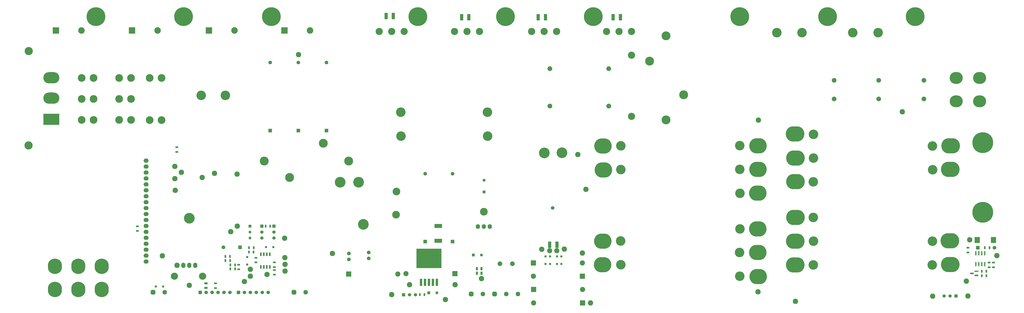
<source format=gbr>
%TF.GenerationSoftware,Altium Limited,Altium Designer,21.6.4 (81)*%
G04 Layer_Color=255*
%FSLAX43Y43*%
%MOMM*%
%TF.SameCoordinates,D4C572C6-D0EE-4933-9396-1D80D03FA8BE*%
%TF.FilePolarity,Positive*%
%TF.FileFunction,Pads,Bot*%
%TF.Part,Single*%
G01*
G75*
%TA.AperFunction,ComponentPad*%
%ADD30C,1.524*%
%ADD31C,2.200*%
%ADD32C,4.572*%
%ADD33C,8.000*%
%ADD34C,1.250*%
%ADD35R,1.250X1.250*%
%ADD36R,1.550X1.550*%
%ADD37C,1.550*%
%ADD38C,3.302*%
%ADD39O,1.778X2.032*%
%ADD40O,6.858X4.826*%
%ADD41R,6.858X4.826*%
%ADD42C,3.500*%
%ADD43R,2.200X2.200*%
%ADD44O,1.778X2.286*%
%ADD45O,3.100X3.000*%
%ADD46C,3.810*%
%ADD47C,2.286*%
%ADD48C,1.950*%
G04:AMPARAMS|DCode=49|XSize=1.95mm|YSize=1.95mm|CornerRadius=0.488mm|HoleSize=0mm|Usage=FLASHONLY|Rotation=0.000|XOffset=0mm|YOffset=0mm|HoleType=Round|Shape=RoundedRectangle|*
%AMROUNDEDRECTD49*
21,1,1.950,0.975,0,0,0.0*
21,1,0.975,1.950,0,0,0.0*
1,1,0.975,0.488,-0.488*
1,1,0.975,-0.488,-0.488*
1,1,0.975,-0.488,0.488*
1,1,0.975,0.488,0.488*
%
%ADD49ROUNDEDRECTD49*%
%ADD50R,1.600X1.600*%
%ADD51C,1.600*%
%ADD52R,1.400X1.400*%
%ADD53C,1.400*%
%ADD54C,2.032*%
%ADD55C,2.000*%
%ADD56C,3.048*%
%ADD57R,1.200X1.200*%
%ADD58C,1.200*%
%ADD59R,1.400X1.400*%
%ADD60O,7.500X6.500*%
%ADD61C,4.064*%
%ADD62O,8.000X6.500*%
%ADD63O,5.588X5.080*%
%ADD64O,6.000X6.600*%
%ADD65C,8.890*%
%ADD66O,2.159X1.778*%
%ADD67C,1.500*%
G04:AMPARAMS|DCode=68|XSize=1.5mm|YSize=1.5mm|CornerRadius=0.375mm|HoleSize=0mm|Usage=FLASHONLY|Rotation=180.000|XOffset=0mm|YOffset=0mm|HoleType=Round|Shape=RoundedRectangle|*
%AMROUNDEDRECTD68*
21,1,1.500,0.750,0,0,180.0*
21,1,0.750,1.500,0,0,180.0*
1,1,0.750,-0.375,0.375*
1,1,0.750,0.375,0.375*
1,1,0.750,0.375,-0.375*
1,1,0.750,-0.375,-0.375*
%
%ADD68ROUNDEDRECTD68*%
%ADD69C,2.800*%
%ADD70R,2.800X2.800*%
%ADD71R,1.300X1.300*%
%ADD72C,1.300*%
%TA.AperFunction,SMDPad,CuDef*%
%ADD77R,3.200X1.720*%
%ADD78R,1.659X0.627*%
G04:AMPARAMS|DCode=79|XSize=1.659mm|YSize=0.627mm|CornerRadius=0.313mm|HoleSize=0mm|Usage=FLASHONLY|Rotation=180.000|XOffset=0mm|YOffset=0mm|HoleType=Round|Shape=RoundedRectangle|*
%AMROUNDEDRECTD79*
21,1,1.659,0.000,0,0,180.0*
21,1,1.032,0.627,0,0,180.0*
1,1,0.627,-0.516,0.000*
1,1,0.627,0.516,0.000*
1,1,0.627,0.516,0.000*
1,1,0.627,-0.516,0.000*
%
%ADD79ROUNDEDRECTD79*%
%ADD80R,0.800X1.250*%
G04:AMPARAMS|DCode=81|XSize=1.55mm|YSize=0.6mm|CornerRadius=0.051mm|HoleSize=0mm|Usage=FLASHONLY|Rotation=90.000|XOffset=0mm|YOffset=0mm|HoleType=Round|Shape=RoundedRectangle|*
%AMROUNDEDRECTD81*
21,1,1.550,0.498,0,0,90.0*
21,1,1.448,0.600,0,0,90.0*
1,1,0.102,0.249,0.724*
1,1,0.102,0.249,-0.724*
1,1,0.102,-0.249,-0.724*
1,1,0.102,-0.249,0.724*
%
%ADD81ROUNDEDRECTD81*%
%ADD82R,0.543X1.874*%
G04:AMPARAMS|DCode=83|XSize=1.874mm|YSize=0.543mm|CornerRadius=0.272mm|HoleSize=0mm|Usage=FLASHONLY|Rotation=90.000|XOffset=0mm|YOffset=0mm|HoleType=Round|Shape=RoundedRectangle|*
%AMROUNDEDRECTD83*
21,1,1.874,0.000,0,0,90.0*
21,1,1.331,0.543,0,0,90.0*
1,1,0.543,0.000,0.665*
1,1,0.543,0.000,-0.665*
1,1,0.543,0.000,-0.665*
1,1,0.543,0.000,0.665*
%
%ADD83ROUNDEDRECTD83*%
%ADD84R,2.200X2.500*%
%ADD85R,1.250X0.800*%
%ADD86R,0.950X1.450*%
%ADD87R,1.016X3.050*%
%ADD88R,10.660X8.380*%
%ADD89R,1.405X2.806*%
%ADD90R,0.950X0.900*%
%ADD91R,0.900X0.950*%
%ADD92R,1.450X0.950*%
D30*
X232650Y44350D02*
D03*
D31*
X231380Y26062D02*
D03*
X234428D02*
D03*
X169955Y16200D02*
D03*
X166445Y16050D02*
D03*
X245340Y20800D02*
D03*
X224400Y15100D02*
D03*
X245395Y9425D02*
D03*
X224450Y3725D02*
D03*
D32*
X229094Y67845D02*
D03*
X236587Y67972D02*
D03*
X141886Y55328D02*
D03*
X149760D02*
D03*
X151792Y37294D02*
D03*
X77450Y39975D02*
D03*
D33*
X75000Y126200D02*
D03*
X112500D02*
D03*
X37500D02*
D03*
X350000D02*
D03*
X387500D02*
D03*
X312500D02*
D03*
X212500D02*
D03*
X250000D02*
D03*
X175000D02*
D03*
D34*
X183175Y8025D02*
D03*
X202225Y24175D02*
D03*
D35*
X179675Y8025D02*
D03*
X198725Y24175D02*
D03*
D36*
X189850Y29920D02*
D03*
X112000Y77445D02*
D03*
X124000D02*
D03*
X136000D02*
D03*
X178175Y29920D02*
D03*
D37*
X189850Y59030D02*
D03*
X112000Y106555D02*
D03*
X124000D02*
D03*
X136000D02*
D03*
X178175Y59030D02*
D03*
D38*
X165889Y51391D02*
D03*
X165762Y41485D02*
D03*
X203217Y42777D02*
D03*
X65540Y81925D02*
D03*
X60460D02*
D03*
Y99950D02*
D03*
X65540D02*
D03*
X52540Y82000D02*
D03*
X47460D02*
D03*
Y100000D02*
D03*
X52540D02*
D03*
Y91000D02*
D03*
X47460D02*
D03*
X36540D02*
D03*
X31460D02*
D03*
X36540Y100000D02*
D03*
X31460D02*
D03*
X36540Y82000D02*
D03*
X31460D02*
D03*
D39*
X200677Y36427D02*
D03*
X203217D02*
D03*
X205757D02*
D03*
D40*
X18502Y100090D02*
D03*
Y91327D02*
D03*
D41*
Y82310D02*
D03*
D42*
X8850Y111520D02*
D03*
X8723Y71134D02*
D03*
D43*
X190895Y16200D02*
D03*
X145505Y16050D02*
D03*
X224400Y20800D02*
D03*
X245340Y15100D02*
D03*
X224455Y9425D02*
D03*
X245390Y3725D02*
D03*
D44*
X74910Y19782D02*
D03*
X77450D02*
D03*
X79990D02*
D03*
D45*
X83100Y15100D02*
D03*
X71100D02*
D03*
D46*
X145450Y64425D02*
D03*
X109450D02*
D03*
X120250Y57425D02*
D03*
X134650Y72025D02*
D03*
X288600Y92800D02*
D03*
X274000Y107200D02*
D03*
X281000Y118000D02*
D03*
Y82000D02*
D03*
D47*
X248800Y3725D02*
D03*
X95100Y34200D02*
D03*
X103475Y15100D02*
D03*
X422375Y23925D02*
D03*
X410750Y30725D02*
D03*
X409300Y13000D02*
D03*
X409950Y6700D02*
D03*
X190925Y11525D02*
D03*
X171475D02*
D03*
X163850Y7225D02*
D03*
X186825Y5125D02*
D03*
X202200Y14150D02*
D03*
X381925Y85475D02*
D03*
X394875Y6600D02*
D03*
X245300Y25075D02*
D03*
X97925Y36550D02*
D03*
X118175Y31425D02*
D03*
X124075Y109925D02*
D03*
X65900Y23850D02*
D03*
X138575Y24875D02*
D03*
X100975Y12850D02*
D03*
X71225Y56918D02*
D03*
X71250Y62125D02*
D03*
X71428Y51889D02*
D03*
X88200Y59150D02*
D03*
X74069Y59585D02*
D03*
X82925Y57350D02*
D03*
X97800Y58825D02*
D03*
X118254Y23084D02*
D03*
X103500Y18075D02*
D03*
X118280Y17318D02*
D03*
X118275Y20250D02*
D03*
X110575Y15925D02*
D03*
X227994Y26612D02*
D03*
X237625Y26750D02*
D03*
X246800Y52325D02*
D03*
X243350Y67250D02*
D03*
X320325Y8425D02*
D03*
X77375Y11225D02*
D03*
X72150Y19825D02*
D03*
X320500Y81975D02*
D03*
X336325Y4375D02*
D03*
D48*
X66935Y8275D02*
D03*
X202800Y7525D02*
D03*
X217800Y7500D02*
D03*
X212800D02*
D03*
X127125Y8250D02*
D03*
D49*
X61935Y8275D02*
D03*
X197800Y7525D02*
D03*
X207800Y7500D02*
D03*
X122125Y8250D02*
D03*
D50*
X414225Y27300D02*
D03*
X99050Y27475D02*
D03*
D51*
X421325Y27300D02*
D03*
X145575Y22305D02*
D03*
Y24845D02*
D03*
X154000Y22730D02*
D03*
Y25270D02*
D03*
X91950Y27475D02*
D03*
D52*
X404925Y6650D02*
D03*
X168900Y7200D02*
D03*
D53*
X402385Y6650D02*
D03*
X399845D02*
D03*
X108439Y31460D02*
D03*
Y34000D02*
D03*
X113550Y31460D02*
D03*
Y34000D02*
D03*
X171440Y7200D02*
D03*
X173980D02*
D03*
D54*
X231427Y87975D02*
D03*
X256573D02*
D03*
X231427Y103975D02*
D03*
X256573D02*
D03*
D55*
X352825Y99000D02*
D03*
Y91000D02*
D03*
X391150D02*
D03*
Y99000D02*
D03*
X371850Y91000D02*
D03*
Y99000D02*
D03*
X215417Y20500D02*
D03*
X210083D02*
D03*
D56*
X190666Y119865D02*
D03*
X196000D02*
D03*
X201334D02*
D03*
X158511D02*
D03*
X163845D02*
D03*
X169179D02*
D03*
X223666D02*
D03*
X229000D02*
D03*
X234334D02*
D03*
X255666D02*
D03*
X261000D02*
D03*
X266334D02*
D03*
X266310Y109692D02*
D03*
Y83530D02*
D03*
D57*
X103345Y36540D02*
D03*
D58*
Y34000D02*
D03*
Y31460D02*
D03*
D59*
X108439Y36540D02*
D03*
X113550D02*
D03*
D60*
X320258Y35355D02*
D03*
Y25271D02*
D03*
X320385Y14959D02*
D03*
X254091Y70839D02*
D03*
X254243Y60628D02*
D03*
X254066Y30123D02*
D03*
X253964Y20039D02*
D03*
X320233Y50671D02*
D03*
X320309Y60857D02*
D03*
Y70941D02*
D03*
D61*
X312587Y50646D02*
D03*
Y35381D02*
D03*
X261711Y20090D02*
D03*
X261660Y30250D02*
D03*
X261711Y60806D02*
D03*
X261762Y70966D02*
D03*
X312536Y15137D02*
D03*
X312486Y25271D02*
D03*
X312511Y60831D02*
D03*
X312562Y71017D02*
D03*
X343958Y40300D02*
D03*
Y55565D02*
D03*
X394835Y70856D02*
D03*
X394885Y60696D02*
D03*
X394835Y30140D02*
D03*
X394784Y19980D02*
D03*
X344009Y75809D02*
D03*
X344060Y65675D02*
D03*
X344035Y30115D02*
D03*
X343984Y19929D02*
D03*
X371629Y119325D02*
D03*
X360834D02*
D03*
X339129Y119333D02*
D03*
X328334D02*
D03*
X82507Y92555D02*
D03*
X92794D02*
D03*
X167873Y75047D02*
D03*
X167746Y85334D02*
D03*
X204746D02*
D03*
X204873Y75047D02*
D03*
D62*
X402582Y70907D02*
D03*
X402480Y60823D02*
D03*
X402302Y30318D02*
D03*
X402455Y20107D02*
D03*
X336161Y75987D02*
D03*
X336288Y65675D02*
D03*
Y55591D02*
D03*
X336313Y40275D02*
D03*
X336237Y30089D02*
D03*
Y20005D02*
D03*
D63*
X415000Y90000D02*
D03*
Y100000D02*
D03*
X405000D02*
D03*
Y90000D02*
D03*
D64*
X40000Y9460D02*
D03*
Y19366D02*
D03*
X20000Y9460D02*
D03*
Y19366D02*
D03*
X30000Y9460D02*
D03*
Y19366D02*
D03*
D65*
X416300Y42450D02*
D03*
Y72295D02*
D03*
D66*
X58978Y23965D02*
D03*
Y26505D02*
D03*
Y29045D02*
D03*
Y31585D02*
D03*
Y21425D02*
D03*
Y34125D02*
D03*
Y36665D02*
D03*
Y39205D02*
D03*
Y41745D02*
D03*
Y44285D02*
D03*
Y46825D02*
D03*
Y49365D02*
D03*
Y51905D02*
D03*
Y54445D02*
D03*
Y59525D02*
D03*
Y62065D02*
D03*
Y56985D02*
D03*
Y64605D02*
D03*
D67*
X89658Y8200D02*
D03*
X84578D02*
D03*
X87118D02*
D03*
X92198D02*
D03*
X94738D02*
D03*
X106041D02*
D03*
X100961D02*
D03*
X103501D02*
D03*
X108581D02*
D03*
X111121D02*
D03*
D68*
X82038D02*
D03*
X98421D02*
D03*
D69*
X63880Y120272D02*
D03*
X96710D02*
D03*
X128954D02*
D03*
X31392D02*
D03*
D70*
X52960D02*
D03*
X85790D02*
D03*
X118034D02*
D03*
X20472D02*
D03*
D71*
X203325Y51225D02*
D03*
D72*
Y56225D02*
D03*
D77*
X183775Y30270D02*
D03*
Y36680D02*
D03*
D78*
X413650Y17275D02*
D03*
D79*
Y15445D02*
D03*
X411697Y16360D02*
D03*
D80*
X417200Y27300D02*
D03*
X419200D02*
D03*
X415875Y15325D02*
D03*
X417875D02*
D03*
X415875Y17275D02*
D03*
X417875D02*
D03*
X94950Y19950D02*
D03*
X96950D02*
D03*
X96975Y18250D02*
D03*
X94975D02*
D03*
X175850Y7225D02*
D03*
X177850D02*
D03*
X92800Y23625D02*
D03*
X94800D02*
D03*
X94825Y21800D02*
D03*
X92825D02*
D03*
X104900Y27300D02*
D03*
X102900D02*
D03*
X104875Y25475D02*
D03*
X102875D02*
D03*
X111975Y36525D02*
D03*
X109975D02*
D03*
D81*
X111792Y24513D02*
D03*
X110522D02*
D03*
X109252D02*
D03*
X107982D02*
D03*
Y19113D02*
D03*
X109252D02*
D03*
X110522D02*
D03*
X111792D02*
D03*
D82*
X417144Y20320D02*
D03*
D83*
X415874D02*
D03*
X414604D02*
D03*
X413334D02*
D03*
Y24952D02*
D03*
X414604D02*
D03*
X415874D02*
D03*
X417144D02*
D03*
D84*
X413975Y30675D02*
D03*
X420875D02*
D03*
D85*
X419025Y18975D02*
D03*
Y20975D02*
D03*
X420875D02*
D03*
Y18975D02*
D03*
X410025Y27325D02*
D03*
Y25325D02*
D03*
X55200Y34500D02*
D03*
Y36500D02*
D03*
X72100Y68300D02*
D03*
Y70300D02*
D03*
X98525Y18075D02*
D03*
Y20075D02*
D03*
X105875Y21050D02*
D03*
Y23050D02*
D03*
X113725Y17775D02*
D03*
Y15775D02*
D03*
X88550Y10100D02*
D03*
Y12100D02*
D03*
X113750Y21050D02*
D03*
Y19050D02*
D03*
D86*
X202200Y18325D02*
D03*
X200250D02*
D03*
X202200Y16400D02*
D03*
X200250D02*
D03*
D87*
X176371Y12492D02*
D03*
X178073D02*
D03*
X179775D02*
D03*
X181477D02*
D03*
X183179D02*
D03*
D88*
X179775Y22797D02*
D03*
D89*
X258424Y126000D02*
D03*
X261526D02*
D03*
X193724D02*
D03*
X196826D02*
D03*
X164551Y126500D02*
D03*
X161449D02*
D03*
X229526Y126000D02*
D03*
X226424D02*
D03*
X234476Y28600D02*
D03*
X231374D02*
D03*
D90*
X102150Y20175D02*
D03*
X102150Y23325D02*
D03*
X234500Y20425D02*
D03*
X234500Y23575D02*
D03*
X236375D02*
D03*
X236375Y20425D02*
D03*
X231475D02*
D03*
X231475Y23575D02*
D03*
X229600D02*
D03*
X229600Y20425D02*
D03*
D91*
X113325Y27625D02*
D03*
X110175Y27625D02*
D03*
X66225Y10700D02*
D03*
X63075Y10700D02*
D03*
D92*
X84525Y12100D02*
D03*
Y10150D02*
D03*
%TF.MD5,6687e359aaadb946ade5e71a3f426baa*%
M02*

</source>
